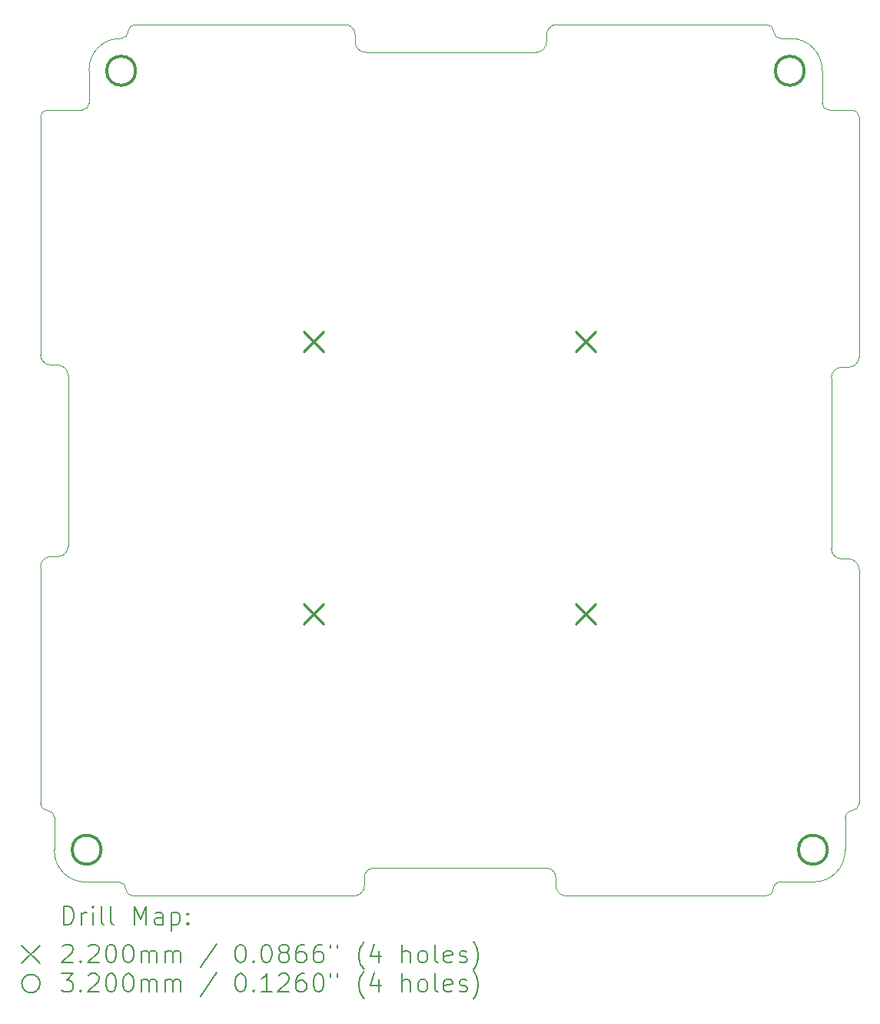
<source format=gbr>
%TF.GenerationSoftware,KiCad,Pcbnew,(6.0.7-1)-1*%
%TF.CreationDate,2023-04-16T23:24:30-04:00*%
%TF.ProjectId,camm-brd,63616d6d-2d62-4726-942e-6b696361645f,rev?*%
%TF.SameCoordinates,Original*%
%TF.FileFunction,Drillmap*%
%TF.FilePolarity,Positive*%
%FSLAX45Y45*%
G04 Gerber Fmt 4.5, Leading zero omitted, Abs format (unit mm)*
G04 Created by KiCad (PCBNEW (6.0.7-1)-1) date 2023-04-16 23:24:30*
%MOMM*%
%LPD*%
G01*
G04 APERTURE LIST*
%ADD10C,0.100000*%
%ADD11C,0.200000*%
%ADD12C,0.220000*%
%ADD13C,0.320000*%
G04 APERTURE END LIST*
D10*
X14274800Y-4699000D02*
X11964316Y-4699000D01*
X16611600Y-4699000D02*
X16687800Y-4699000D01*
X14389100Y-4889500D02*
X14389100Y-4813300D01*
X16611600Y-4699000D02*
G75*
G03*
X16497300Y-4813300I0J-114300D01*
G01*
X16497300Y-4889500D02*
X16497300Y-4813300D01*
X16383000Y-5003800D02*
X14503400Y-5003800D01*
X16383000Y-5003800D02*
G75*
G03*
X16497300Y-4889500I0J114300D01*
G01*
X14389100Y-4889500D02*
G75*
G03*
X14503400Y-5003800I114300J0D01*
G01*
X14389100Y-4813300D02*
G75*
G03*
X14274800Y-4699000I-114300J0D01*
G01*
X16598900Y-14084300D02*
X16598900Y-14173200D01*
X19862800Y-13347700D02*
G75*
G03*
X19786600Y-13423900I0J-76200D01*
G01*
X11595100Y-14135100D02*
X11480800Y-14135100D01*
X11036300Y-10553700D02*
G75*
G03*
X10922000Y-10668000I0J-114300D01*
G01*
X11785600Y-14135100D02*
X11595100Y-14135100D01*
X11861800Y-14211300D02*
G75*
G03*
X11938000Y-14287500I76200J0D01*
G01*
X19939000Y-8356600D02*
X19939000Y-5715000D01*
X11861800Y-14211300D02*
G75*
G03*
X11785600Y-14135100I-76200J0D01*
G01*
X10922000Y-13271500D02*
G75*
G03*
X10998200Y-13347700I76200J0D01*
G01*
X11456316Y-5207916D02*
X11457232Y-5562600D01*
X19075400Y-4851400D02*
X19176084Y-4851400D01*
X11074400Y-13423900D02*
G75*
G03*
X10998200Y-13347700I-76200J0D01*
G01*
X11226800Y-8559800D02*
G75*
G03*
X11112500Y-8445500I-114300J0D01*
G01*
X14490700Y-14084300D02*
X14490700Y-14173200D01*
X11074400Y-13423900D02*
X11074400Y-13779500D01*
X18999200Y-4775200D02*
G75*
G03*
X18923000Y-4699000I-76200J0D01*
G01*
X19075400Y-14135098D02*
G75*
G03*
X18996119Y-14211300I-3020J-76202D01*
G01*
X18999200Y-4775200D02*
G75*
G03*
X19075400Y-4851400I76200J0D01*
G01*
X19824700Y-8470900D02*
G75*
G03*
X19939000Y-8356600I0J114300D01*
G01*
X19939000Y-5715000D02*
G75*
G03*
X19862800Y-5638800I-76200J0D01*
G01*
X11811916Y-4851398D02*
G75*
G03*
X11456316Y-5207916I-10526J-345102D01*
G01*
X19532600Y-5562600D02*
G75*
G03*
X19608800Y-5638800I76200J0D01*
G01*
X19608800Y-5638800D02*
X19862800Y-5638800D01*
X10998200Y-5638800D02*
X11381032Y-5638800D01*
X10922000Y-10668000D02*
X10922000Y-13271500D01*
X19075400Y-14135100D02*
X19430084Y-14134184D01*
X19430084Y-14134184D02*
G75*
G03*
X19785684Y-13778584I11386J344214D01*
G01*
X19748500Y-8470900D02*
G75*
G03*
X19634200Y-8585200I0J-114300D01*
G01*
X11964316Y-4698996D02*
G75*
G03*
X11888116Y-4775200I4J-76204D01*
G01*
X16687800Y-4699000D02*
X18923000Y-4699000D01*
X11074400Y-13779500D02*
G75*
G03*
X11430000Y-14135100I344210J-11390D01*
G01*
X16598900Y-14173200D02*
G75*
G03*
X16713200Y-14287500I114300J0D01*
G01*
X19634200Y-10464800D02*
G75*
G03*
X19748500Y-10579100I114300J0D01*
G01*
X16713200Y-14287500D02*
X18919919Y-14287500D01*
X19634200Y-10464800D02*
X19634200Y-8585200D01*
X19939000Y-13271500D02*
X19939000Y-10693400D01*
X11938000Y-14287500D02*
X14376400Y-14287500D01*
X11036300Y-8445500D02*
X11112500Y-8445500D01*
X10998200Y-5638800D02*
G75*
G03*
X10922000Y-5715000I0J-76200D01*
G01*
X19748500Y-10579100D02*
X19824700Y-10579100D01*
X19862800Y-13347700D02*
G75*
G03*
X19939000Y-13271500I0J76200D01*
G01*
X14592300Y-13982700D02*
X16497300Y-13982700D01*
X14592300Y-13982700D02*
G75*
G03*
X14490700Y-14084300I0J-101600D01*
G01*
X16598900Y-14084300D02*
G75*
G03*
X16497300Y-13982700I-101600J0D01*
G01*
X14376400Y-14287500D02*
G75*
G03*
X14490700Y-14173200I0J114300D01*
G01*
X19939000Y-10693400D02*
G75*
G03*
X19824700Y-10579100I-114300J0D01*
G01*
X11811916Y-4851396D02*
G75*
G03*
X11888116Y-4775200I4J76196D01*
G01*
X19748500Y-8470900D02*
X19824700Y-8470900D01*
X11226800Y-8559800D02*
X11226800Y-10439400D01*
X11112500Y-10553700D02*
G75*
G03*
X11226800Y-10439400I0J114300D01*
G01*
X11381032Y-5638802D02*
G75*
G03*
X11457232Y-5562600I-2J76202D01*
G01*
X10922000Y-5715000D02*
X10922000Y-8331200D01*
X19785684Y-13778584D02*
X19786600Y-13423900D01*
X11480800Y-14135100D02*
X11430000Y-14135100D01*
X11036300Y-10553700D02*
X11112500Y-10553700D01*
X19531682Y-5207916D02*
G75*
G03*
X19176084Y-4851400I-345072J11416D01*
G01*
X10922000Y-8331200D02*
G75*
G03*
X11036300Y-8445500I114300J0D01*
G01*
X18919919Y-14287498D02*
G75*
G03*
X18996119Y-14211300I2J76199D01*
G01*
X19531684Y-5207916D02*
X19532600Y-5562600D01*
D11*
D12*
X13821900Y-8081500D02*
X14041900Y-8301500D01*
X14041900Y-8081500D02*
X13821900Y-8301500D01*
X13821900Y-11078700D02*
X14041900Y-11298700D01*
X14041900Y-11078700D02*
X13821900Y-11298700D01*
X16819100Y-8081500D02*
X17039100Y-8301500D01*
X17039100Y-8081500D02*
X16819100Y-8301500D01*
X16819100Y-11078700D02*
X17039100Y-11298700D01*
X17039100Y-11078700D02*
X16819100Y-11298700D01*
D13*
X11590000Y-13779500D02*
G75*
G03*
X11590000Y-13779500I-160000J0D01*
G01*
X11971000Y-5207000D02*
G75*
G03*
X11971000Y-5207000I-160000J0D01*
G01*
X19337000Y-5207000D02*
G75*
G03*
X19337000Y-5207000I-160000J0D01*
G01*
X19591000Y-13779500D02*
G75*
G03*
X19591000Y-13779500I-160000J0D01*
G01*
D11*
X11174619Y-14602976D02*
X11174619Y-14402976D01*
X11222238Y-14402976D01*
X11250809Y-14412500D01*
X11269857Y-14431548D01*
X11279381Y-14450595D01*
X11288905Y-14488690D01*
X11288905Y-14517262D01*
X11279381Y-14555357D01*
X11269857Y-14574405D01*
X11250809Y-14593452D01*
X11222238Y-14602976D01*
X11174619Y-14602976D01*
X11374619Y-14602976D02*
X11374619Y-14469643D01*
X11374619Y-14507738D02*
X11384143Y-14488690D01*
X11393667Y-14479167D01*
X11412714Y-14469643D01*
X11431762Y-14469643D01*
X11498428Y-14602976D02*
X11498428Y-14469643D01*
X11498428Y-14402976D02*
X11488905Y-14412500D01*
X11498428Y-14422024D01*
X11507952Y-14412500D01*
X11498428Y-14402976D01*
X11498428Y-14422024D01*
X11622238Y-14602976D02*
X11603190Y-14593452D01*
X11593667Y-14574405D01*
X11593667Y-14402976D01*
X11727000Y-14602976D02*
X11707952Y-14593452D01*
X11698428Y-14574405D01*
X11698428Y-14402976D01*
X11955571Y-14602976D02*
X11955571Y-14402976D01*
X12022238Y-14545833D01*
X12088905Y-14402976D01*
X12088905Y-14602976D01*
X12269857Y-14602976D02*
X12269857Y-14498214D01*
X12260333Y-14479167D01*
X12241286Y-14469643D01*
X12203190Y-14469643D01*
X12184143Y-14479167D01*
X12269857Y-14593452D02*
X12250809Y-14602976D01*
X12203190Y-14602976D01*
X12184143Y-14593452D01*
X12174619Y-14574405D01*
X12174619Y-14555357D01*
X12184143Y-14536309D01*
X12203190Y-14526786D01*
X12250809Y-14526786D01*
X12269857Y-14517262D01*
X12365095Y-14469643D02*
X12365095Y-14669643D01*
X12365095Y-14479167D02*
X12384143Y-14469643D01*
X12422238Y-14469643D01*
X12441286Y-14479167D01*
X12450809Y-14488690D01*
X12460333Y-14507738D01*
X12460333Y-14564881D01*
X12450809Y-14583928D01*
X12441286Y-14593452D01*
X12422238Y-14602976D01*
X12384143Y-14602976D01*
X12365095Y-14593452D01*
X12546048Y-14583928D02*
X12555571Y-14593452D01*
X12546048Y-14602976D01*
X12536524Y-14593452D01*
X12546048Y-14583928D01*
X12546048Y-14602976D01*
X12546048Y-14479167D02*
X12555571Y-14488690D01*
X12546048Y-14498214D01*
X12536524Y-14488690D01*
X12546048Y-14479167D01*
X12546048Y-14498214D01*
X10717000Y-14832500D02*
X10917000Y-15032500D01*
X10917000Y-14832500D02*
X10717000Y-15032500D01*
X11165095Y-14842024D02*
X11174619Y-14832500D01*
X11193667Y-14822976D01*
X11241286Y-14822976D01*
X11260333Y-14832500D01*
X11269857Y-14842024D01*
X11279381Y-14861071D01*
X11279381Y-14880119D01*
X11269857Y-14908690D01*
X11155571Y-15022976D01*
X11279381Y-15022976D01*
X11365095Y-15003928D02*
X11374619Y-15013452D01*
X11365095Y-15022976D01*
X11355571Y-15013452D01*
X11365095Y-15003928D01*
X11365095Y-15022976D01*
X11450809Y-14842024D02*
X11460333Y-14832500D01*
X11479381Y-14822976D01*
X11527000Y-14822976D01*
X11546048Y-14832500D01*
X11555571Y-14842024D01*
X11565095Y-14861071D01*
X11565095Y-14880119D01*
X11555571Y-14908690D01*
X11441286Y-15022976D01*
X11565095Y-15022976D01*
X11688905Y-14822976D02*
X11707952Y-14822976D01*
X11727000Y-14832500D01*
X11736524Y-14842024D01*
X11746048Y-14861071D01*
X11755571Y-14899167D01*
X11755571Y-14946786D01*
X11746048Y-14984881D01*
X11736524Y-15003928D01*
X11727000Y-15013452D01*
X11707952Y-15022976D01*
X11688905Y-15022976D01*
X11669857Y-15013452D01*
X11660333Y-15003928D01*
X11650809Y-14984881D01*
X11641286Y-14946786D01*
X11641286Y-14899167D01*
X11650809Y-14861071D01*
X11660333Y-14842024D01*
X11669857Y-14832500D01*
X11688905Y-14822976D01*
X11879381Y-14822976D02*
X11898428Y-14822976D01*
X11917476Y-14832500D01*
X11927000Y-14842024D01*
X11936524Y-14861071D01*
X11946048Y-14899167D01*
X11946048Y-14946786D01*
X11936524Y-14984881D01*
X11927000Y-15003928D01*
X11917476Y-15013452D01*
X11898428Y-15022976D01*
X11879381Y-15022976D01*
X11860333Y-15013452D01*
X11850809Y-15003928D01*
X11841286Y-14984881D01*
X11831762Y-14946786D01*
X11831762Y-14899167D01*
X11841286Y-14861071D01*
X11850809Y-14842024D01*
X11860333Y-14832500D01*
X11879381Y-14822976D01*
X12031762Y-15022976D02*
X12031762Y-14889643D01*
X12031762Y-14908690D02*
X12041286Y-14899167D01*
X12060333Y-14889643D01*
X12088905Y-14889643D01*
X12107952Y-14899167D01*
X12117476Y-14918214D01*
X12117476Y-15022976D01*
X12117476Y-14918214D02*
X12127000Y-14899167D01*
X12146048Y-14889643D01*
X12174619Y-14889643D01*
X12193667Y-14899167D01*
X12203190Y-14918214D01*
X12203190Y-15022976D01*
X12298428Y-15022976D02*
X12298428Y-14889643D01*
X12298428Y-14908690D02*
X12307952Y-14899167D01*
X12327000Y-14889643D01*
X12355571Y-14889643D01*
X12374619Y-14899167D01*
X12384143Y-14918214D01*
X12384143Y-15022976D01*
X12384143Y-14918214D02*
X12393667Y-14899167D01*
X12412714Y-14889643D01*
X12441286Y-14889643D01*
X12460333Y-14899167D01*
X12469857Y-14918214D01*
X12469857Y-15022976D01*
X12860333Y-14813452D02*
X12688905Y-15070595D01*
X13117476Y-14822976D02*
X13136524Y-14822976D01*
X13155571Y-14832500D01*
X13165095Y-14842024D01*
X13174619Y-14861071D01*
X13184143Y-14899167D01*
X13184143Y-14946786D01*
X13174619Y-14984881D01*
X13165095Y-15003928D01*
X13155571Y-15013452D01*
X13136524Y-15022976D01*
X13117476Y-15022976D01*
X13098428Y-15013452D01*
X13088905Y-15003928D01*
X13079381Y-14984881D01*
X13069857Y-14946786D01*
X13069857Y-14899167D01*
X13079381Y-14861071D01*
X13088905Y-14842024D01*
X13098428Y-14832500D01*
X13117476Y-14822976D01*
X13269857Y-15003928D02*
X13279381Y-15013452D01*
X13269857Y-15022976D01*
X13260333Y-15013452D01*
X13269857Y-15003928D01*
X13269857Y-15022976D01*
X13403190Y-14822976D02*
X13422238Y-14822976D01*
X13441286Y-14832500D01*
X13450809Y-14842024D01*
X13460333Y-14861071D01*
X13469857Y-14899167D01*
X13469857Y-14946786D01*
X13460333Y-14984881D01*
X13450809Y-15003928D01*
X13441286Y-15013452D01*
X13422238Y-15022976D01*
X13403190Y-15022976D01*
X13384143Y-15013452D01*
X13374619Y-15003928D01*
X13365095Y-14984881D01*
X13355571Y-14946786D01*
X13355571Y-14899167D01*
X13365095Y-14861071D01*
X13374619Y-14842024D01*
X13384143Y-14832500D01*
X13403190Y-14822976D01*
X13584143Y-14908690D02*
X13565095Y-14899167D01*
X13555571Y-14889643D01*
X13546048Y-14870595D01*
X13546048Y-14861071D01*
X13555571Y-14842024D01*
X13565095Y-14832500D01*
X13584143Y-14822976D01*
X13622238Y-14822976D01*
X13641286Y-14832500D01*
X13650809Y-14842024D01*
X13660333Y-14861071D01*
X13660333Y-14870595D01*
X13650809Y-14889643D01*
X13641286Y-14899167D01*
X13622238Y-14908690D01*
X13584143Y-14908690D01*
X13565095Y-14918214D01*
X13555571Y-14927738D01*
X13546048Y-14946786D01*
X13546048Y-14984881D01*
X13555571Y-15003928D01*
X13565095Y-15013452D01*
X13584143Y-15022976D01*
X13622238Y-15022976D01*
X13641286Y-15013452D01*
X13650809Y-15003928D01*
X13660333Y-14984881D01*
X13660333Y-14946786D01*
X13650809Y-14927738D01*
X13641286Y-14918214D01*
X13622238Y-14908690D01*
X13831762Y-14822976D02*
X13793667Y-14822976D01*
X13774619Y-14832500D01*
X13765095Y-14842024D01*
X13746048Y-14870595D01*
X13736524Y-14908690D01*
X13736524Y-14984881D01*
X13746048Y-15003928D01*
X13755571Y-15013452D01*
X13774619Y-15022976D01*
X13812714Y-15022976D01*
X13831762Y-15013452D01*
X13841286Y-15003928D01*
X13850809Y-14984881D01*
X13850809Y-14937262D01*
X13841286Y-14918214D01*
X13831762Y-14908690D01*
X13812714Y-14899167D01*
X13774619Y-14899167D01*
X13755571Y-14908690D01*
X13746048Y-14918214D01*
X13736524Y-14937262D01*
X14022238Y-14822976D02*
X13984143Y-14822976D01*
X13965095Y-14832500D01*
X13955571Y-14842024D01*
X13936524Y-14870595D01*
X13927000Y-14908690D01*
X13927000Y-14984881D01*
X13936524Y-15003928D01*
X13946048Y-15013452D01*
X13965095Y-15022976D01*
X14003190Y-15022976D01*
X14022238Y-15013452D01*
X14031762Y-15003928D01*
X14041286Y-14984881D01*
X14041286Y-14937262D01*
X14031762Y-14918214D01*
X14022238Y-14908690D01*
X14003190Y-14899167D01*
X13965095Y-14899167D01*
X13946048Y-14908690D01*
X13936524Y-14918214D01*
X13927000Y-14937262D01*
X14117476Y-14822976D02*
X14117476Y-14861071D01*
X14193667Y-14822976D02*
X14193667Y-14861071D01*
X14488905Y-15099167D02*
X14479381Y-15089643D01*
X14460333Y-15061071D01*
X14450809Y-15042024D01*
X14441286Y-15013452D01*
X14431762Y-14965833D01*
X14431762Y-14927738D01*
X14441286Y-14880119D01*
X14450809Y-14851548D01*
X14460333Y-14832500D01*
X14479381Y-14803928D01*
X14488905Y-14794405D01*
X14650809Y-14889643D02*
X14650809Y-15022976D01*
X14603190Y-14813452D02*
X14555571Y-14956309D01*
X14679381Y-14956309D01*
X14907952Y-15022976D02*
X14907952Y-14822976D01*
X14993667Y-15022976D02*
X14993667Y-14918214D01*
X14984143Y-14899167D01*
X14965095Y-14889643D01*
X14936524Y-14889643D01*
X14917476Y-14899167D01*
X14907952Y-14908690D01*
X15117476Y-15022976D02*
X15098428Y-15013452D01*
X15088905Y-15003928D01*
X15079381Y-14984881D01*
X15079381Y-14927738D01*
X15088905Y-14908690D01*
X15098428Y-14899167D01*
X15117476Y-14889643D01*
X15146048Y-14889643D01*
X15165095Y-14899167D01*
X15174619Y-14908690D01*
X15184143Y-14927738D01*
X15184143Y-14984881D01*
X15174619Y-15003928D01*
X15165095Y-15013452D01*
X15146048Y-15022976D01*
X15117476Y-15022976D01*
X15298428Y-15022976D02*
X15279381Y-15013452D01*
X15269857Y-14994405D01*
X15269857Y-14822976D01*
X15450809Y-15013452D02*
X15431762Y-15022976D01*
X15393667Y-15022976D01*
X15374619Y-15013452D01*
X15365095Y-14994405D01*
X15365095Y-14918214D01*
X15374619Y-14899167D01*
X15393667Y-14889643D01*
X15431762Y-14889643D01*
X15450809Y-14899167D01*
X15460333Y-14918214D01*
X15460333Y-14937262D01*
X15365095Y-14956309D01*
X15536524Y-15013452D02*
X15555571Y-15022976D01*
X15593667Y-15022976D01*
X15612714Y-15013452D01*
X15622238Y-14994405D01*
X15622238Y-14984881D01*
X15612714Y-14965833D01*
X15593667Y-14956309D01*
X15565095Y-14956309D01*
X15546048Y-14946786D01*
X15536524Y-14927738D01*
X15536524Y-14918214D01*
X15546048Y-14899167D01*
X15565095Y-14889643D01*
X15593667Y-14889643D01*
X15612714Y-14899167D01*
X15688905Y-15099167D02*
X15698428Y-15089643D01*
X15717476Y-15061071D01*
X15727000Y-15042024D01*
X15736524Y-15013452D01*
X15746048Y-14965833D01*
X15746048Y-14927738D01*
X15736524Y-14880119D01*
X15727000Y-14851548D01*
X15717476Y-14832500D01*
X15698428Y-14803928D01*
X15688905Y-14794405D01*
X10917000Y-15252500D02*
G75*
G03*
X10917000Y-15252500I-100000J0D01*
G01*
X11155571Y-15142976D02*
X11279381Y-15142976D01*
X11212714Y-15219167D01*
X11241286Y-15219167D01*
X11260333Y-15228690D01*
X11269857Y-15238214D01*
X11279381Y-15257262D01*
X11279381Y-15304881D01*
X11269857Y-15323928D01*
X11260333Y-15333452D01*
X11241286Y-15342976D01*
X11184143Y-15342976D01*
X11165095Y-15333452D01*
X11155571Y-15323928D01*
X11365095Y-15323928D02*
X11374619Y-15333452D01*
X11365095Y-15342976D01*
X11355571Y-15333452D01*
X11365095Y-15323928D01*
X11365095Y-15342976D01*
X11450809Y-15162024D02*
X11460333Y-15152500D01*
X11479381Y-15142976D01*
X11527000Y-15142976D01*
X11546048Y-15152500D01*
X11555571Y-15162024D01*
X11565095Y-15181071D01*
X11565095Y-15200119D01*
X11555571Y-15228690D01*
X11441286Y-15342976D01*
X11565095Y-15342976D01*
X11688905Y-15142976D02*
X11707952Y-15142976D01*
X11727000Y-15152500D01*
X11736524Y-15162024D01*
X11746048Y-15181071D01*
X11755571Y-15219167D01*
X11755571Y-15266786D01*
X11746048Y-15304881D01*
X11736524Y-15323928D01*
X11727000Y-15333452D01*
X11707952Y-15342976D01*
X11688905Y-15342976D01*
X11669857Y-15333452D01*
X11660333Y-15323928D01*
X11650809Y-15304881D01*
X11641286Y-15266786D01*
X11641286Y-15219167D01*
X11650809Y-15181071D01*
X11660333Y-15162024D01*
X11669857Y-15152500D01*
X11688905Y-15142976D01*
X11879381Y-15142976D02*
X11898428Y-15142976D01*
X11917476Y-15152500D01*
X11927000Y-15162024D01*
X11936524Y-15181071D01*
X11946048Y-15219167D01*
X11946048Y-15266786D01*
X11936524Y-15304881D01*
X11927000Y-15323928D01*
X11917476Y-15333452D01*
X11898428Y-15342976D01*
X11879381Y-15342976D01*
X11860333Y-15333452D01*
X11850809Y-15323928D01*
X11841286Y-15304881D01*
X11831762Y-15266786D01*
X11831762Y-15219167D01*
X11841286Y-15181071D01*
X11850809Y-15162024D01*
X11860333Y-15152500D01*
X11879381Y-15142976D01*
X12031762Y-15342976D02*
X12031762Y-15209643D01*
X12031762Y-15228690D02*
X12041286Y-15219167D01*
X12060333Y-15209643D01*
X12088905Y-15209643D01*
X12107952Y-15219167D01*
X12117476Y-15238214D01*
X12117476Y-15342976D01*
X12117476Y-15238214D02*
X12127000Y-15219167D01*
X12146048Y-15209643D01*
X12174619Y-15209643D01*
X12193667Y-15219167D01*
X12203190Y-15238214D01*
X12203190Y-15342976D01*
X12298428Y-15342976D02*
X12298428Y-15209643D01*
X12298428Y-15228690D02*
X12307952Y-15219167D01*
X12327000Y-15209643D01*
X12355571Y-15209643D01*
X12374619Y-15219167D01*
X12384143Y-15238214D01*
X12384143Y-15342976D01*
X12384143Y-15238214D02*
X12393667Y-15219167D01*
X12412714Y-15209643D01*
X12441286Y-15209643D01*
X12460333Y-15219167D01*
X12469857Y-15238214D01*
X12469857Y-15342976D01*
X12860333Y-15133452D02*
X12688905Y-15390595D01*
X13117476Y-15142976D02*
X13136524Y-15142976D01*
X13155571Y-15152500D01*
X13165095Y-15162024D01*
X13174619Y-15181071D01*
X13184143Y-15219167D01*
X13184143Y-15266786D01*
X13174619Y-15304881D01*
X13165095Y-15323928D01*
X13155571Y-15333452D01*
X13136524Y-15342976D01*
X13117476Y-15342976D01*
X13098428Y-15333452D01*
X13088905Y-15323928D01*
X13079381Y-15304881D01*
X13069857Y-15266786D01*
X13069857Y-15219167D01*
X13079381Y-15181071D01*
X13088905Y-15162024D01*
X13098428Y-15152500D01*
X13117476Y-15142976D01*
X13269857Y-15323928D02*
X13279381Y-15333452D01*
X13269857Y-15342976D01*
X13260333Y-15333452D01*
X13269857Y-15323928D01*
X13269857Y-15342976D01*
X13469857Y-15342976D02*
X13355571Y-15342976D01*
X13412714Y-15342976D02*
X13412714Y-15142976D01*
X13393667Y-15171548D01*
X13374619Y-15190595D01*
X13355571Y-15200119D01*
X13546048Y-15162024D02*
X13555571Y-15152500D01*
X13574619Y-15142976D01*
X13622238Y-15142976D01*
X13641286Y-15152500D01*
X13650809Y-15162024D01*
X13660333Y-15181071D01*
X13660333Y-15200119D01*
X13650809Y-15228690D01*
X13536524Y-15342976D01*
X13660333Y-15342976D01*
X13831762Y-15142976D02*
X13793667Y-15142976D01*
X13774619Y-15152500D01*
X13765095Y-15162024D01*
X13746048Y-15190595D01*
X13736524Y-15228690D01*
X13736524Y-15304881D01*
X13746048Y-15323928D01*
X13755571Y-15333452D01*
X13774619Y-15342976D01*
X13812714Y-15342976D01*
X13831762Y-15333452D01*
X13841286Y-15323928D01*
X13850809Y-15304881D01*
X13850809Y-15257262D01*
X13841286Y-15238214D01*
X13831762Y-15228690D01*
X13812714Y-15219167D01*
X13774619Y-15219167D01*
X13755571Y-15228690D01*
X13746048Y-15238214D01*
X13736524Y-15257262D01*
X13974619Y-15142976D02*
X13993667Y-15142976D01*
X14012714Y-15152500D01*
X14022238Y-15162024D01*
X14031762Y-15181071D01*
X14041286Y-15219167D01*
X14041286Y-15266786D01*
X14031762Y-15304881D01*
X14022238Y-15323928D01*
X14012714Y-15333452D01*
X13993667Y-15342976D01*
X13974619Y-15342976D01*
X13955571Y-15333452D01*
X13946048Y-15323928D01*
X13936524Y-15304881D01*
X13927000Y-15266786D01*
X13927000Y-15219167D01*
X13936524Y-15181071D01*
X13946048Y-15162024D01*
X13955571Y-15152500D01*
X13974619Y-15142976D01*
X14117476Y-15142976D02*
X14117476Y-15181071D01*
X14193667Y-15142976D02*
X14193667Y-15181071D01*
X14488905Y-15419167D02*
X14479381Y-15409643D01*
X14460333Y-15381071D01*
X14450809Y-15362024D01*
X14441286Y-15333452D01*
X14431762Y-15285833D01*
X14431762Y-15247738D01*
X14441286Y-15200119D01*
X14450809Y-15171548D01*
X14460333Y-15152500D01*
X14479381Y-15123928D01*
X14488905Y-15114405D01*
X14650809Y-15209643D02*
X14650809Y-15342976D01*
X14603190Y-15133452D02*
X14555571Y-15276309D01*
X14679381Y-15276309D01*
X14907952Y-15342976D02*
X14907952Y-15142976D01*
X14993667Y-15342976D02*
X14993667Y-15238214D01*
X14984143Y-15219167D01*
X14965095Y-15209643D01*
X14936524Y-15209643D01*
X14917476Y-15219167D01*
X14907952Y-15228690D01*
X15117476Y-15342976D02*
X15098428Y-15333452D01*
X15088905Y-15323928D01*
X15079381Y-15304881D01*
X15079381Y-15247738D01*
X15088905Y-15228690D01*
X15098428Y-15219167D01*
X15117476Y-15209643D01*
X15146048Y-15209643D01*
X15165095Y-15219167D01*
X15174619Y-15228690D01*
X15184143Y-15247738D01*
X15184143Y-15304881D01*
X15174619Y-15323928D01*
X15165095Y-15333452D01*
X15146048Y-15342976D01*
X15117476Y-15342976D01*
X15298428Y-15342976D02*
X15279381Y-15333452D01*
X15269857Y-15314405D01*
X15269857Y-15142976D01*
X15450809Y-15333452D02*
X15431762Y-15342976D01*
X15393667Y-15342976D01*
X15374619Y-15333452D01*
X15365095Y-15314405D01*
X15365095Y-15238214D01*
X15374619Y-15219167D01*
X15393667Y-15209643D01*
X15431762Y-15209643D01*
X15450809Y-15219167D01*
X15460333Y-15238214D01*
X15460333Y-15257262D01*
X15365095Y-15276309D01*
X15536524Y-15333452D02*
X15555571Y-15342976D01*
X15593667Y-15342976D01*
X15612714Y-15333452D01*
X15622238Y-15314405D01*
X15622238Y-15304881D01*
X15612714Y-15285833D01*
X15593667Y-15276309D01*
X15565095Y-15276309D01*
X15546048Y-15266786D01*
X15536524Y-15247738D01*
X15536524Y-15238214D01*
X15546048Y-15219167D01*
X15565095Y-15209643D01*
X15593667Y-15209643D01*
X15612714Y-15219167D01*
X15688905Y-15419167D02*
X15698428Y-15409643D01*
X15717476Y-15381071D01*
X15727000Y-15362024D01*
X15736524Y-15333452D01*
X15746048Y-15285833D01*
X15746048Y-15247738D01*
X15736524Y-15200119D01*
X15727000Y-15171548D01*
X15717476Y-15152500D01*
X15698428Y-15123928D01*
X15688905Y-15114405D01*
M02*

</source>
